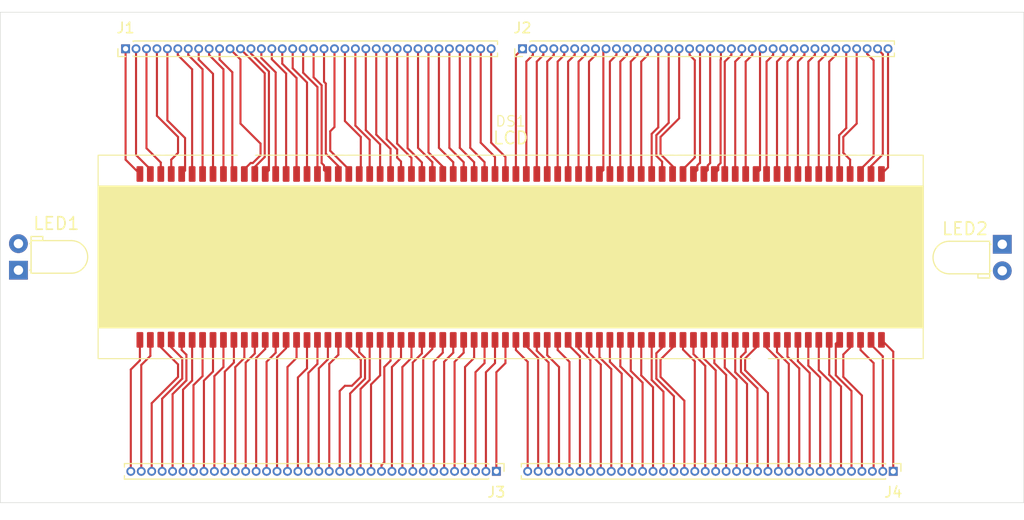
<source format=kicad_pcb>
(kicad_pcb (version 20241229) (generator "pcbnew") (generator_version "9.0")
  (layers (0 "F.Cu" signal) (2 "B.Cu" signal) (13 "F.Paste" user) (15 "B.Paste" user) (5 "F.SilkS" user "F.Silkscreen") (7 "B.SilkS" user "B.Silkscreen") (1 "F.Mask" user) (3 "B.Mask" user) (25 "Edge.Cuts" user))
  (net 0 "")
  (net 1 "Net-(J3-Pin_17)")
  (net 2 "Net-(J4-Pin_33)")
  (net 3 "Net-(J2-Pin_34)")
  (net 4 "Net-(J2-Pin_20)")
  (net 5 "Net-(J3-Pin_18)")
  (net 6 "Net-(J4-Pin_4)")
  (net 7 "Net-(J2-Pin_8)")
  (net 9 "Net-(J1-Pin_8)")
  (net 10 "Net-(J1-Pin_3)")
  (net 11 "Net-(J2-Pin_3)")
  (net 12 "Net-(J1-Pin_16)")
  (net 13 "Net-(J1-Pin_12)")
  (net 14 "Net-(J2-Pin_5)")
  (net 15 "Net-(J3-Pin_24)")
  (net 16 "Net-(J3-Pin_5)")
  (net 17 "Net-(J4-Pin_24)")
  (net 18 "Net-(J1-Pin_30)")
  (net 19 "Net-(J2-Pin_12)")
  (net 20 "Net-(J3-Pin_29)")
  (net 21 "Net-(J4-Pin_2)")
  (net 22 "Net-(J2-Pin_25)")
  (net 23 "Net-(J1-Pin_19)")
  (net 25 "Net-(J4-Pin_23)")
  (net 26 "Net-(J4-Pin_34)")
  (net 27 "Net-(J2-Pin_14)")
  (net 28 "Net-(J3-Pin_1)")
  (net 29 "Net-(J1-Pin_28)")
  (net 30 "Net-(J1-Pin_14)")
  (net 31 "Net-(J3-Pin_27)")
  (net 32 "Net-(J3-Pin_31)")
  (net 33 "Net-(J4-Pin_32)")
  (net 34 "Net-(J3-Pin_6)")
  (net 35 "Net-(J3-Pin_11)")
  (net 36 "Net-(J4-Pin_19)")
  (net 37 "Net-(J1-Pin_29)")
  (net 38 "Net-(J3-Pin_7)")
  (net 39 "Net-(J2-Pin_2)")
  (net 40 "Net-(J1-Pin_33)")
  (net 41 "Net-(J3-Pin_14)")
  (net 42 "Net-(J4-Pin_21)")
  (net 43 "Net-(J3-Pin_21)")
  (net 44 "Net-(J3-Pin_28)")
  (net 45 "Net-(J2-Pin_10)")
  (net 46 "Net-(J4-Pin_18)")
  (net 47 "Net-(J1-Pin_7)")
  (net 48 "Net-(J3-Pin_20)")
  (net 49 "Net-(J3-Pin_35)")
  (net 50 "Net-(J1-Pin_27)")
  (net 51 "Net-(J3-Pin_12)")
  (net 52 "Net-(J1-Pin_5)")
  (net 53 "Net-(J2-Pin_33)")
  (net 54 "Net-(J2-Pin_19)")
  (net 55 "Net-(J4-Pin_30)")
  (net 56 "Net-(J4-Pin_5)")
  (net 57 "Net-(J2-Pin_17)")
  (net 58 "Net-(J1-Pin_32)")
  (net 59 "Net-(J1-Pin_1)")
  (net 60 "Net-(J3-Pin_22)")
  (net 61 "Net-(J4-Pin_7)")
  (net 62 "Net-(J2-Pin_1)")
  (net 63 "Net-(J2-Pin_31)")
  (net 64 "Net-(J1-Pin_31)")
  (net 65 "Net-(J3-Pin_30)")
  (net 66 "Net-(J3-Pin_23)")
  (net 67 "Net-(J3-Pin_19)")
  (net 68 "Net-(J4-Pin_3)")
  (net 69 "Net-(J2-Pin_29)")
  (net 70 "Net-(J3-Pin_36)")
  (net 71 "Net-(J3-Pin_34)")
  (net 72 "Net-(J1-Pin_2)")
  (net 73 "Net-(J4-Pin_8)")
  (net 74 "Net-(J3-Pin_15)")
  (net 76 "Net-(J4-Pin_29)")
  (net 77 "Net-(J2-Pin_11)")
  (net 78 "Net-(J4-Pin_36)")
  (net 79 "Net-(J4-Pin_22)")
  (net 80 "Net-(J4-Pin_31)")
  (net 81 "Net-(J3-Pin_16)")
  (net 82 "Net-(J3-Pin_9)")
  (net 83 "Net-(J2-Pin_24)")
  (net 84 "Net-(J3-Pin_2)")
  (net 85 "Net-(J4-Pin_6)")
  (net 86 "Net-(J3-Pin_25)")
  (net 87 "Net-(J3-Pin_10)")
  (net 88 "Net-(J2-Pin_16)")
  (net 89 "Net-(J3-Pin_8)")
  (net 90 "Net-(J3-Pin_13)")
  (net 91 "Net-(J3-Pin_4)")
  (net 92 "Net-(J1-Pin_25)")
  (net 93 "Net-(J1-Pin_34)")
  (net 94 "Net-(J2-Pin_36)")
  (net 95 "Net-(J4-Pin_9)")
  (net 96 "Net-(J2-Pin_27)")
  (net 97 "Net-(J2-Pin_32)")
  (net 98 "Net-(J3-Pin_3)")
  (net 99 "Net-(J4-Pin_35)")
  (net 101 "Net-(J1-Pin_22)")
  (net 102 "Net-(J2-Pin_6)")
  (net 103 "Net-(J4-Pin_1)")
  (net 104 "Net-(J4-Pin_13)")
  (net 105 "Net-(J1-Pin_21)")
  (net 106 "Net-(J4-Pin_17)")
  (net 107 "Net-(J4-Pin_15)")
  (net 108 "Net-(J1-Pin_35)")
  (net 109 "Net-(J2-Pin_15)")
  (net 110 "Net-(J2-Pin_7)")
  (net 111 "Net-(J1-Pin_26)")
  (net 112 "Net-(J1-Pin_36)")
  (net 113 "Net-(J2-Pin_4)")
  (net 114 "Net-(J2-Pin_28)")
  (net 115 "Net-(J2-Pin_26)")
  (net 116 "Net-(J3-Pin_33)")
  (net 117 "Net-(J1-Pin_13)")
  (net 118 "Net-(J4-Pin_14)")
  (net 119 "Net-(J1-Pin_20)")
  (net 120 "Net-(J2-Pin_23)")
  (net 121 "Net-(J1-Pin_4)")
  (net 122 "Net-(J4-Pin_11)")
  (net 123 "Net-(J4-Pin_27)")
  (net 124 "Net-(J4-Pin_20)")
  (net 125 "Net-(J4-Pin_10)")
  (net 126 "Net-(J1-Pin_18)")
  (net 127 "Net-(J1-Pin_6)")
  (net 128 "Net-(J2-Pin_13)")
  (net 129 "Net-(J2-Pin_22)")
  (net 130 "Net-(J2-Pin_18)")
  (net 131 "Net-(J1-Pin_24)")
  (net 132 "Net-(J1-Pin_23)")
  (net 133 "Net-(J1-Pin_9)")
  (net 134 "Net-(J4-Pin_16)")
  (net 135 "Net-(J2-Pin_35)")
  (net 136 "Net-(J4-Pin_25)")
  (net 137 "Net-(J2-Pin_30)")
  (net 138 "Net-(J1-Pin_17)")
  (net 139 "Net-(J2-Pin_21)")
  (net 140 "Net-(J2-Pin_9)")
  (net 141 "Net-(J3-Pin_26)")
  (net 142 "Net-(J1-Pin_10)")
  (net 143 "Net-(J3-Pin_32)")
  (net 144 "Net-(J1-Pin_15)")
  (net 145 "Net-(J1-Pin_11)")
  (net 146 "Net-(J4-Pin_26)")
  (net 147 "Net-(J4-Pin_12)")
  (net 148 "Net-(J4-Pin_28)")
  (footprint "Connector_PinHeader_1.00mm:PinHeader_1x36_P1.00mm_Vertical" (layer "F.Cu") (at 151.5 55 90)
    (property "Reference" "J2")
    (property "Value" "Conn_01x36")
  )
  (footprint "custom-components:CATCHPHRASE-20151105-LCD" (layer "F.Cu") (at 150.37 74.95)
    (property "Reference" "DS1")
    (property "Value" "~")
  )
  (footprint "Connector_PinHeader_1.00mm:PinHeader_1x36_P1.00mm_Vertical" (layer "F.Cu") (at 113.5 55 90)
    (property "Reference" "J1")
    (property "Value" "Conn_01x36")
  )
  (footprint "Connector_PinHeader_1.00mm:PinHeader_1x36_P1.00mm_Vertical" (layer "F.Cu") (at 149 95.5 -90)
    (property "Reference" "J3")
    (property "Value" "Conn_01x36")
  )
  (footprint "Connector_PinHeader_1.00mm:PinHeader_1x36_P1.00mm_Vertical" (layer "F.Cu") (at 187 95.5 -90)
    (property "Reference" "J4")
    (property "Value" "Conn_01x36")
  )
  (gr_rect (start 101.5 51.5) (end 199.5 98.5) (stroke (width 0.05)) (fill no) (layer "Edge.Cuts"))
  (segment (start 133 85.2013) (end 133.87 84.3313) (width 0.2) (layer "F.Cu") (net 1))
  (segment (start 133 95.5) (end 133 85.2013) (width 0.2) (layer "F.Cu") (net 1))
  (segment (start 133.87 84.3313) (end 133.87 82.9) (width 0.2) (layer "F.Cu") (net 1))
  (segment (start 153.87 84.37) (end 153.87 82.9) (width 0.2) (layer "F.Cu") (net 2))
  (segment (start 155 85.5) (end 153.87 84.37) (width 0.2) (layer "F.Cu") (net 2))
  (segment (start 155 95.5) (end 155 85.5) (width 0.2) (layer "F.Cu") (net 2))
  (segment (start 185.121 56.121) (end 185.121 65.302734) (width 0.2) (layer "F.Cu") (net 3))
  (segment (start 183.87 66.553734) (end 183.87 67) (width 0.2) (layer "F.Cu") (net 3))
  (segment (start 185.121 65.302734) (end 183.87 66.553734) (width 0.2) (layer "F.Cu") (net 3))
  (segment (start 184.5 55) (end 184.5 55.5) (width 0.2) (layer "F.Cu") (net 3))
  (segment (start 184.5 55.5) (end 185.121 56.121) (width 0.2) (layer "F.Cu") (net 3))
  (segment (start 170.469 56.06494) (end 170.469 65.954734) (width 0.2) (layer "F.Cu") (net 4))
  (segment (start 170.244 66.179734) (end 170.244 66.626) (width 0.2) (layer "F.Cu") (net 4))
  (segment (start 170.5 56.03394) (end 170.469 56.06494) (width 0.2) (layer "F.Cu") (net 4))
  (segment (start 170.5 55) (end 170.5 56.03394) (width 0.2) (layer "F.Cu") (net 4))
  (segment (start 170.244 66.626) (end 169.87 67) (width 0.2) (layer "F.Cu") (net 4))
  (segment (start 170.469 65.954734) (end 170.244 66.179734) (width 0.2) (layer "F.Cu") (net 4))
  (segment (start 132 85.6342) (end 132.87 84.7642) (width 0.2) (layer "F.Cu") (net 5))
  (segment (start 132.87 84.7642) (end 132.87 82.9) (width 0.2) (layer "F.Cu") (net 5))
  (segment (start 132 95.5) (end 132 85.6342) (width 0.2) (layer "F.Cu") (net 5))
  (segment (start 184 88.232024) (end 182.219 86.451024) (width 0.2) (layer "F.Cu") (net 6))
  (segment (start 182.87 83.649999) (end 182.87 82.9) (width 0.2) (layer "F.Cu") (net 6))
  (segment (start 182.219 86.451024) (end 182.219 84.300999) (width 0.2) (layer "F.Cu") (net 6))
  (segment (start 184 95.5) (end 184 88.232024) (width 0.2) (layer "F.Cu") (net 6))
  (segment (start 182.219 84.300999) (end 182.87 83.649999) (width 0.2) (layer "F.Cu") (net 6))
  (segment (start 158.5 55.60104) (end 157.87 56.23104) (width 0.2) (layer "F.Cu") (net 7))
  (segment (start 157.87 56.23104) (end 157.87 67) (width 0.2) (layer "F.Cu") (net 7))
  (segment (start 158.5 55) (end 158.5 55.60104) (width 0.2) (layer "F.Cu") (net 7))
  (segment (start 121.87 57.40394) (end 121.87 67) (width 0.2) (layer "F.Cu") (net 9))
  (segment (start 120.5 55) (end 120.5 56.03394) (width 0.2) (layer "F.Cu") (net 9))
  (segment (start 120.5 56.03394) (end 121.87 57.40394) (width 0.2) (layer "F.Cu") (net 9))
  (segment (start 115.5 64.532024) (end 116.87 65.902024) (width 0.2) (layer "F.Cu") (net 10))
  (segment (start 115.5 55) (end 115.5 64.532024) (width 0.2) (layer "F.Cu") (net 10))
  (segment (start 116.87 65.902024) (end 116.87 67) (width 0.2) (layer "F.Cu") (net 10))
  (segment (start 152.87 56.23104) (end 152.87 67) (width 0.2) (layer "F.Cu") (net 11))
  (segment (start 153.5 55.60104) (end 152.87 56.23104) (width 0.2) (layer "F.Cu") (net 11))
  (segment (start 153.5 55) (end 153.5 55.60104) (width 0.2) (layer "F.Cu") (net 11))
  (segment (start 128.5 55) (end 128.5 56.4329) (width 0.2) (layer "F.Cu") (net 12))
  (segment (start 128.5 56.4329) (end 129.87 57.8029) (width 0.2) (layer "F.Cu") (net 12))
  (segment (start 129.87 57.8029) (end 129.87 67) (width 0.2) (layer "F.Cu") (net 12))
  (segment (start 124.5 55.02672) (end 126.822 57.34872) (width 0.2) (layer "F.Cu") (net 13))
  (segment (start 124.5 55) (end 124.5 55.02672) (width 0.2) (layer "F.Cu") (net 13))
  (segment (start 125.87 66.327703) (end 125.87 67) (width 0.2) (layer "F.Cu") (net 13))
  (segment (start 126.822 65.375703) (end 125.87 66.327703) (width 0.2) (layer "F.Cu") (net 13))
  (segment (start 126.822 57.34872) (end 126.822 65.375703) (width 0.2) (layer "F.Cu") (net 13))
  (segment (start 155.5 55) (end 155.5 55.60104) (width 0.2) (layer "F.Cu") (net 14))
  (segment (start 154.87 56.23104) (end 154.87 67) (width 0.2) (layer "F.Cu") (net 14))
  (segment (start 155.5 55.60104) (end 154.87 56.23104) (width 0.2) (layer "F.Cu") (net 14))
  (segment (start 126 95.5) (end 126 84.643024) (width 0.2) (layer "F.Cu") (net 15))
  (segment (start 126.87 83.773024) (end 126.87 82.9) (width 0.2) (layer "F.Cu") (net 15))
  (segment (start 126 84.643024) (end 126.87 83.773024) (width 0.2) (layer "F.Cu") (net 15))
  (segment (start 145 95.5) (end 145 85) (width 0.2) (layer "F.Cu") (net 16))
  (segment (start 145.87 84.13) (end 145.87 82.9) (width 0.2) (layer "F.Cu") (net 16))
  (segment (start 145 85) (end 145.87 84.13) (width 0.2) (layer "F.Cu") (net 16))
  (segment (start 162.87 86.303324) (end 162.87 82.9) (width 0.2) (layer "F.Cu") (net 17))
  (segment (start 164 87.433324) (end 162.87 86.303324) (width 0.2) (layer "F.Cu") (net 17))
  (segment (start 164 95.5) (end 164 87.433324) (width 0.2) (layer "F.Cu") (net 17))
  (segment (start 142.5 55) (end 142.5 64.9329) (width 0.2) (layer "F.Cu") (net 18))
  (segment (start 142.5 64.9329) (end 143.87 66.3029) (width 0.2) (layer "F.Cu") (net 18))
  (segment (start 143.87 66.3029) (end 143.87 67) (width 0.2) (layer "F.Cu") (net 18))
  (segment (start 162.5 55.60104) (end 161.87 56.23104) (width 0.2) (layer "F.Cu") (net 19))
  (segment (start 161.87 56.23104) (end 161.87 67) (width 0.2) (layer "F.Cu") (net 19))
  (segment (start 162.5 55) (end 162.5 55.60104) (width 0.2) (layer "F.Cu") (net 19))
  (segment (start 121 86.807524) (end 121.87 85.937524) (width 0.2) (layer "F.Cu") (net 20))
  (segment (start 121 95.5) (end 121 86.807524) (width 0.2) (layer "F.Cu") (net 20))
  (segment (start 121.87 85.937524) (end 121.87 82.9) (width 0.2) (layer "F.Cu") (net 20))
  (segment (start 184.87 83.346266) (end 184.87 82.9) (width 0.2) (layer "F.Cu") (net 21))
  (segment (start 186 95.5) (end 186 84.476266) (width 0.2) (layer "F.Cu") (net 21))
  (segment (start 186 84.476266) (end 184.87 83.346266) (width 0.2) (layer "F.Cu") (net 21))
  (segment (start 174.87 56.23104) (end 174.87 67) (width 0.2) (layer "F.Cu") (net 22))
  (segment (start 175.5 55.60104) (end 174.87 56.23104) (width 0.2) (layer "F.Cu") (net 22))
  (segment (start 175.5 55) (end 175.5 55.60104) (width 0.2) (layer "F.Cu") (net 22))
  (segment (start 132.271 58.5026) (end 132.271 65.954734) (width 0.2) (layer "F.Cu") (net 23))
  (segment (start 132.271 65.954734) (end 132.496 66.179734) (width 0.2) (layer "F.Cu") (net 23))
  (segment (start 132.496 66.626) (end 132.87 67) (width 0.2) (layer "F.Cu") (net 23))
  (segment (start 131.5 57.7316) (end 132.271 58.5026) (width 0.2) (layer "F.Cu") (net 23))
  (segment (start 132.496 66.179734) (end 132.496 66.626) (width 0.2) (layer "F.Cu") (net 23))
  (segment (start 131.5 55) (end 131.5 57.7316) (width 0.2) (layer "F.Cu") (net 23))
  (segment (start 165 87.866224) (end 163.87 86.736224) (width 0.2) (layer "F.Cu") (net 25))
  (segment (start 165 95.5) (end 165 87.866224) (width 0.2) (layer "F.Cu") (net 25))
  (segment (start 163.87 86.736224) (end 163.87 82.9) (width 0.2) (layer "F.Cu") (net 25))
  (segment (start 152.87 83.9371) (end 152.87 82.9) (width 0.2) (layer "F.Cu") (net 26))
  (segment (start 154 95.5) (end 154 85.0671) (width 0.2) (layer "F.Cu") (net 26))
  (segment (start 154 85.0671) (end 152.87 83.9371) (width 0.2) (layer "F.Cu") (net 26))
  (segment (start 164.5 62.533776) (end 163.87 63.163776) (width 0.2) (layer "F.Cu") (net 27))
  (segment (start 163.87 63.163776) (end 163.87 67) (width 0.2) (layer "F.Cu") (net 27))
  (segment (start 164.5 55) (end 164.5 62.533776) (width 0.2) (layer "F.Cu") (net 27))
  (segment (start 149 95.5) (end 149 86) (width 0.2) (layer "F.Cu") (net 28))
  (segment (start 149.87 85.13) (end 149.87 82.9) (width 0.2) (layer "F.Cu") (net 28))
  (segment (start 149 86) (end 149.87 85.13) (width 0.2) (layer "F.Cu") (net 28))
  (segment (start 141.87 65.895376) (end 141.87 67) (width 0.2) (layer "F.Cu") (net 29))
  (segment (start 140.5 64.525376) (end 141.87 65.895376) (width 0.2) (layer "F.Cu") (net 29))
  (segment (start 140.5 55) (end 140.5 64.525376) (width 0.2) (layer "F.Cu") (net 29))
  (segment (start 126.5 55.89252) (end 127.87 57.26252) (width 0.2) (layer "F.Cu") (net 30))
  (segment (start 127.87 57.26252) (end 127.87 67) (width 0.2) (layer "F.Cu") (net 30))
  (segment (start 126.5 55) (end 126.5 55.89252) (width 0.2) (layer "F.Cu") (net 30))
  (segment (start 123 95.5) (end 123 85.941724) (width 0.2) (layer "F.Cu") (net 31))
  (segment (start 123 85.941724) (end 123.87 85.071724) (width 0.2) (layer "F.Cu") (net 31))
  (segment (start 123.87 85.071724) (end 123.87 82.9) (width 0.2) (layer "F.Cu") (net 31))
  (segment (start 119.87 86.803324) (end 119.87 82.9) (width 0.2) (layer "F.Cu") (net 32))
  (segment (start 119 95.5) (end 119 87.673324) (width 0.2) (layer "F.Cu") (net 32))
  (segment (start 119 87.673324) (end 119.87 86.803324) (width 0.2) (layer "F.Cu") (net 32))
  (segment (start 156 85) (end 154.87 83.87) (width 0.2) (layer "F.Cu") (net 33))
  (segment (start 154.87 83.87) (end 154.87 82.9) (width 0.2) (layer "F.Cu") (net 33))
  (segment (start 156 95.5) (end 156 85) (width 0.2) (layer "F.Cu") (net 33))
  (segment (start 144 85) (end 144.87 84.13) (width 0.2) (layer "F.Cu") (net 34))
  (segment (start 144 95.5) (end 144 85) (width 0.2) (layer "F.Cu") (net 34))
  (segment (start 144.87 84.13) (end 144.87 82.9) (width 0.2) (layer "F.Cu") (net 34))
  (segment (start 139.87 84.63) (end 139.87 82.9) (width 0.2) (layer "F.Cu") (net 35))
  (segment (start 139 95.5) (end 139 85.5) (width 0.2) (layer "F.Cu") (net 35))
  (segment (start 139 85.5) (end 139.87 84.63) (width 0.2) (layer "F.Cu") (net 35))
  (segment (start 169 85.393203) (end 167.87 84.263203) (width 0.2) (layer "F.Cu") (net 36))
  (segment (start 169 95.5) (end 169 85.393203) (width 0.2) (layer "F.Cu") (net 36))
  (segment (start 167.87 84.263203) (end 167.87 82.9) (width 0.2) (layer "F.Cu") (net 36))
  (segment (start 141.5 55) (end 141.5 64.5) (width 0.2) (layer "F.Cu") (net 37))
  (segment (start 141.5 64.5) (end 142.87 65.87) (width 0.2) (layer "F.Cu") (net 37))
  (segment (start 142.87 65.87) (end 142.87 67) (width 0.2) (layer "F.Cu") (net 37))
  (segment (start 143.87 84.13) (end 143.87 82.9) (width 0.2) (layer "F.Cu") (net 38))
  (segment (start 143 95.5) (end 143 85) (width 0.2) (layer "F.Cu") (net 38))
  (segment (start 143 85) (end 143.87 84.13) (width 0.2) (layer "F.Cu") (net 38))
  (segment (start 152.5 55) (end 152.5 55.60104) (width 0.2) (layer "F.Cu") (net 39))
  (segment (start 151.87 56.23104) (end 151.87 67) (width 0.2) (layer "F.Cu") (net 39))
  (segment (start 152.5 55.60104) (end 151.87 56.23104) (width 0.2) (layer "F.Cu") (net 39))
  (segment (start 146.87 65.87) (end 146.87 67) (width 0.2) (layer "F.Cu") (net 40))
  (segment (start 145.5 55) (end 145.5 64.5) (width 0.2) (layer "F.Cu") (net 40))
  (segment (start 145.5 64.5) (end 146.87 65.87) (width 0.2) (layer "F.Cu") (net 40))
  (segment (start 136 87.606224) (end 136.87 86.736224) (width 0.2) (layer "F.Cu") (net 41))
  (segment (start 136 95.5) (end 136 87.606224) (width 0.2) (layer "F.Cu") (net 41))
  (segment (start 136.87 86.736224) (end 136.87 82.9) (width 0.2) (layer "F.Cu") (net 41))
  (segment (start 164.719 84.781) (end 165.87 83.63) (width 0.2) (layer "F.Cu") (net 42))
  (segment (start 167 88.732024) (end 164.719 86.451024) (width 0.2) (layer "F.Cu") (net 42))
  (segment (start 164.719 86.451024) (end 164.719 84.781) (width 0.2) (layer "F.Cu") (net 42))
  (segment (start 165.87 83.63) (end 165.87 82.9) (width 0.2) (layer "F.Cu") (net 42))
  (segment (start 167 95.5) (end 167 88.732024) (width 0.2) (layer "F.Cu") (net 42))
  (segment (start 129 85.5) (end 129.87 84.63) (width 0.2) (layer "F.Cu") (net 43))
  (segment (start 129 95.5) (end 129 85.5) (width 0.2) (layer "F.Cu") (net 43))
  (segment (start 129.87 84.63) (end 129.87 82.9) (width 0.2) (layer "F.Cu") (net 43))
  (segment (start 122 86.374624) (end 122.87 85.504624) (width 0.2) (layer "F.Cu") (net 44))
  (segment (start 122.87 85.504624) (end 122.87 82.9) (width 0.2) (layer "F.Cu") (net 44))
  (segment (start 122 95.5) (end 122 86.374624) (width 0.2) (layer "F.Cu") (net 44))
  (segment (start 160.5 55.60104) (end 159.87 56.23104) (width 0.2) (layer "F.Cu") (net 45))
  (segment (start 159.87 56.23104) (end 159.87 67) (width 0.2) (layer "F.Cu") (net 45))
  (segment (start 160.5 55) (end 160.5 55.60104) (width 0.2) (layer "F.Cu") (net 45))
  (segment (start 170 85.826103) (end 168.87 84.696103) (width 0.2) (layer "F.Cu") (net 46))
  (segment (start 168.87 84.696103) (end 168.87 82.9) (width 0.2) (layer "F.Cu") (net 46))
  (segment (start 170 95.5) (end 170 85.826103) (width 0.2) (layer "F.Cu") (net 46))
  (segment (start 119.5 55) (end 119.5 55.60104) (width 0.2) (layer "F.Cu") (net 47))
  (segment (start 120.87 56.97104) (end 120.87 67) (width 0.2) (layer "F.Cu") (net 47))
  (segment (start 119.5 55.60104) (end 120.87 56.97104) (width 0.2) (layer "F.Cu") (net 47))
  (segment (start 130 86.5) (end 130.87 85.63) (width 0.2) (layer "F.Cu") (net 48))
  (segment (start 130.87 85.63) (end 130.87 82.91) (width 0.2) (layer "F.Cu") (net 48))
  (segment (start 130 95.5) (end 130 86.5) (width 0.2) (layer "F.Cu") (net 48))
  (segment (start 115 95.5) (end 115 85.3071) (width 0.2) (layer "F.Cu") (net 49))
  (segment (start 115 85.3071) (end 115.87 84.4371) (width 0.2) (layer "F.Cu") (net 49))
  (segment (start 115.87 84.4371) (end 115.87 82.9) (width 0.2) (layer "F.Cu") (net 49))
  (segment (start 139.5 55) (end 139.5 64.092476) (width 0.2) (layer "F.Cu") (net 50))
  (segment (start 140.87 65.462476) (end 140.87 67) (width 0.2) (layer "F.Cu") (net 50))
  (segment (start 139.5 64.092476) (end 140.87 65.462476) (width 0.2) (layer "F.Cu") (net 50))
  (segment (start 138.87 84.901) (end 138.87 82.9) (width 0.2) (layer "F.Cu") (net 51))
  (segment (start 138.271 85.5) (end 138.87 84.901) (width 0.2) (layer "F.Cu") (net 51))
  (segment (start 138.271 94.62796) (end 138.271 85.5) (width 0.2) (layer "F.Cu") (net 51))
  (segment (start 138 94.89896) (end 138.271 94.62796) (width 0.2) (layer "F.Cu") (net 51))
  (segment (start 138 95.5) (end 138 94.89896) (width 0.2) (layer "F.Cu") (net 51))
  (segment (start 117.5 61.860876) (end 119.194999 63.555875) (width 0.2) (layer "F.Cu") (net 52))
  (segment (start 119.194999 63.555875) (end 119.194999 66.675001) (width 0.2) (layer "F.Cu") (net 52))
  (segment (start 117.5 55) (end 117.5 61.860876) (width 0.2) (layer "F.Cu") (net 52))
  (segment (start 119.194999 66.675001) (end 118.87 67) (width 0.2) (layer "F.Cu") (net 52))
  (segment (start 182.219 64.979) (end 182.87 65.63) (width 0.2) (layer "F.Cu") (net 53))
  (segment (start 183.5 55) (end 183.5 62.167976) (width 0.2) (layer "F.Cu") (net 53))
  (segment (start 183.5 62.167976) (end 182.219 63.448976) (width 0.2) (layer "F.Cu") (net 53))
  (segment (start 182.219 63.448976) (end 182.219 64.979) (width 0.2) (layer "F.Cu") (net 53))
  (segment (start 182.87 65.63) (end 182.87 67) (width 0.2) (layer "F.Cu") (net 53))
  (segment (start 169.244 66.179734) (end 169.244 66.626) (width 0.2) (layer "F.Cu") (net 54))
  (segment (start 169.469 55.031) (end 169.469 65.954734) (width 0.2) (layer "F.Cu") (net 54))
  (segment (start 169.244 66.626) (end 168.87 67) (width 0.2) (layer "F.Cu") (net 54))
  (segment (start 169.469 65.954734) (end 169.244 66.179734) (width 0.2) (layer "F.Cu") (net 54))
  (segment (start 169.5 55) (end 169.469 55.031) (width 0.2) (layer "F.Cu") (net 54))
  (segment (start 158 95.5) (end 158 84.835924) (width 0.2) (layer "F.Cu") (net 55))
  (segment (start 158 84.835924) (end 156.87 83.705924) (width 0.2) (layer "F.Cu") (net 55))
  (segment (start 156.87 83.705924) (end 156.87 82.9) (width 0.2) (layer "F.Cu") (net 55))
  (segment (start 183 95.5) (end 183 87.799124) (width 0.2) (layer "F.Cu") (net 56))
  (segment (start 181.5 86.299124) (end 181.5 83.27) (width 0.2) (layer "F.Cu") (net 56))
  (segment (start 183 87.799124) (end 181.5 86.299124) (width 0.2) (layer "F.Cu") (net 56))
  (segment (start 181.5 83.27) (end 181.87 82.9) (width 0.2) (layer "F.Cu") (net 56))
  (segment (start 168 65.423734) (end 166.87 66.553734) (width 0.2) (layer "F.Cu") (net 57))
  (segment (start 167.5 55.60104) (end 168 56.10104) (width 0.2) (layer "F.Cu") (net 57))
  (segment (start 168 56.10104) (end 168 65.423734) (width 0.2) (layer "F.Cu") (net 57))
  (segment (start 167.5 55) (end 167.5 55.60104) (width 0.2) (layer "F.Cu") (net 57))
  (segment (start 166.87 66.553734) (end 166.87 67) (width 0.2) (layer "F.Cu") (net 57))
  (segment (start 145.87 65.87) (end 145.87 67) (width 0.2) (layer "F.Cu") (net 58))
  (segment (start 144.5 64.5) (end 145.87 65.87) (width 0.2) (layer "F.Cu") (net 58))
  (segment (start 144.5 55) (end 144.5 64.5) (width 0.2) (layer "F.Cu") (net 58))
  (segment (start 113.5 55) (end 113.5 65.63) (width 0.2) (layer "F.Cu") (net 59))
  (segment (start 113.5 65.63) (end 114.87 67) (width 0.2) (layer "F.Cu") (net 59))
  (segment (start 128.87 83.6971) (end 128.87 82.9) (width 0.2) (layer "F.Cu") (net 60))
  (segment (start 128 95.5) (end 128 84.5671) (width 0.2) (layer "F.Cu") (net 60))
  (segment (start 128 84.5671) (end 128.87 83.6971) (width 0.2) (layer "F.Cu") (net 60))
  (segment (start 181 95.5) (end 181 86.933324) (width 0.2) (layer "F.Cu") (net 61))
  (segment (start 179.87 85.803324) (end 179.87 82.9) (width 0.2) (layer "F.Cu") (net 61))
  (segment (start 181 86.933324) (end 179.87 85.803324) (width 0.2) (layer "F.Cu") (net 61))
  (segment (start 151.5 55) (end 150.87 55.63) (width 0.2) (layer "F.Cu") (net 62))
  (segment (start 150.87 55.63) (end 150.87 67) (width 0.2) (layer "F.Cu") (net 62))
  (segment (start 181.5 55.60104) (end 180.87 56.23104) (width 0.2) (layer "F.Cu") (net 63))
  (segment (start 180.87 56.23104) (end 180.87 67) (width 0.2) (layer "F.Cu") (net 63))
  (segment (start 181.5 55) (end 181.5 55.60104) (width 0.2) (layer "F.Cu") (net 63))
  (segment (start 144.87 65.87) (end 144.87 67) (width 0.2) (layer "F.Cu") (net 64))
  (segment (start 143.5 64.5) (end 144.87 65.87) (width 0.2) (layer "F.Cu") (net 64))
  (segment (start 143.5 55) (end 143.5 64.5) (width 0.2) (layer "F.Cu") (net 64))
  (segment (start 120 95.5) (end 120 87.240424) (width 0.2) (layer "F.Cu") (net 65))
  (segment (start 120 87.240424) (end 120.87 86.370424) (width 0.2) (layer "F.Cu") (net 65))
  (segment (start 120.87 86.370424) (end 120.87 82.9) (width 0.2) (layer "F.Cu") (net 65))
  (segment (start 127.87 84.13) (end 127.87 82.9) (width 0.2) (layer "F.Cu") (net 66))
  (segment (start 127 85) (end 127.87 84.13) (width 0.2) (layer "F.Cu") (net 66))
  (segment (start 127 95.5) (end 127 85) (width 0.2) (layer "F.Cu") (net 66))
  (segment (start 131 95.5) (end 131 86.0671) (width 0.2) (layer "F.Cu") (net 67))
  (segment (start 131 86.0671) (end 131.87 85.1971) (width 0.2) (layer "F.Cu") (net 67))
  (segment (start 131.87 85.1971) (end 131.87 82.9) (width 0.2) (layer "F.Cu") (net 67))
  (segment (start 185.121 95.379) (end 185.121 85.121) (width 0.2) (layer "F.Cu") (net 68))
  (segment (start 185.121 85.121) (end 183.87 83.87) (width 0.2) (layer "F.Cu") (net 68))
  (segment (start 185 95.5) (end 185.121 95.379) (width 0.2) (layer "F.Cu") (net 68))
  (segment (start 183.87 83.87) (end 183.87 82.9) (width 0.2) (layer "F.Cu") (net 68))
  (segment (start 179.5 55) (end 179.5 55.60104) (width 0.2) (layer "F.Cu") (net 69))
  (segment (start 178.87 56.23104) (end 178.87 67) (width 0.2) (layer "F.Cu") (net 69))
  (segment (start 179.5 55.60104) (end 178.87 56.23104) (width 0.2) (layer "F.Cu") (net 69))
  (segment (start 114 85.74) (end 114.87 84.87) (width 0.2) (layer "F.Cu") (net 70))
  (segment (start 114.87 84.87) (end 114.87 82.9) (width 0.2) (layer "F.Cu") (net 70))
  (segment (start 114 95.5) (end 114 85.74) (width 0.2) (layer "F.Cu") (net 70))
  (segment (start 118.521 86.451024) (end 118.521 85.248976) (width 0.2) (layer "F.Cu") (net 71))
  (segment (start 118.521 85.248976) (end 116.87 83.597976) (width 0.2) (layer "F.Cu") (net 71))
  (segment (start 116.87 83.597976) (end 116.87 82.88) (width 0.2) (layer "F.Cu") (net 71))
  (segment (start 116 88.972024) (end 118.521 86.451024) (width 0.2) (layer "F.Cu") (net 71))
  (segment (start 116 95.5) (end 116 88.972024) (width 0.2) (layer "F.Cu") (net 71))
  (segment (start 114.5 65.183734) (end 115.87 66.553734) (width 0.2) (layer "F.Cu") (net 72))
  (segment (start 114.5 55) (end 114.5 65.183734) (width 0.2) (layer "F.Cu") (net 72))
  (segment (start 115.87 66.553734) (end 115.87 67) (width 0.2) (layer "F.Cu") (net 72))
  (segment (start 180 95.5) (end 180 86.500424) (width 0.2) (layer "F.Cu") (net 73))
  (segment (start 180 86.500424) (end 178.87 85.370424) (width 0.2) (layer "F.Cu") (net 73))
  (segment (start 178.87 85.370424) (end 178.87 82.9) (width 0.2) (layer "F.Cu") (net 73))
  (segment (start 136.422 86.617124) (end 136.422 84.634899) (width 0.2) (layer "F.Cu") (net 74))
  (segment (start 136.422 84.634899) (end 135.87 84.082899) (width 0.2) (layer "F.Cu") (net 74))
  (segment (start 135.87 84.082899) (end 135.87 82.9) (width 0.2) (layer "F.Cu") (net 74))
  (segment (start 135 95.5) (end 135 88.039124) (width 0.2) (layer "F.Cu") (net 74))
  (segment (start 135 88.039124) (end 136.422 86.617124) (width 0.2) (layer "F.Cu") (net 74))
  (segment (start 159 95.5) (end 159 85.268824) (width 0.2) (layer "F.Cu") (net 76))
  (segment (start 157.87 84.138824) (end 157.87 82.9) (width 0.2) (layer "F.Cu") (net 76))
  (segment (start 159 85.268824) (end 157.87 84.138824) (width 0.2) (layer "F.Cu") (net 76))
  (segment (start 161.5 55) (end 161.5 55.60104) (width 0.2) (layer "F.Cu") (net 77))
  (segment (start 160.87 56.23104) (end 160.87 67) (width 0.2) (layer "F.Cu") (net 77))
  (segment (start 161.5 55.60104) (end 160.87 56.23104) (width 0.2) (layer "F.Cu") (net 77))
  (segment (start 150.87 83.87) (end 150.87 82.9) (width 0.2) (layer "F.Cu") (net 78))
  (segment (start 152 85) (end 150.87 83.87) (width 0.2) (layer "F.Cu") (net 78))
  (segment (start 152 95.5) (end 152 85) (width 0.2) (layer "F.Cu") (net 78))
  (segment (start 166 95.5) (end 166 88.299124) (width 0.2) (layer "F.Cu") (net 79))
  (segment (start 164.318 84.182) (end 164.87 83.63) (width 0.2) (layer "F.Cu") (net 79))
  (segment (start 164.87 83.63) (end 164.87 82.9) (width 0.2) (layer "F.Cu") (net 79))
  (segment (start 166 88.299124) (end 164.318 86.617124) (width 0.2) (layer "F.Cu") (net 79))
  (segment (start 164.318 86.617124) (end 164.318 84.182) (width 0.2) (layer "F.Cu") (net 79))
  (segment (start 155.87 83.346266) (end 155.87 82.9) (width 0.2) (layer "F.Cu") (net 80))
  (segment (start 157 84.476266) (end 155.87 83.346266) (width 0.2) (layer "F.Cu") (net 80))
  (segment (start 157 95.5) (end 157 84.476266) (width 0.2) (layer "F.Cu") (net 80))
  (segment (start 136.021 86.451024) (end 136.021 84.800999) (width 0.2) (layer "F.Cu") (net 81))
  (segment (start 134.87 83.649999) (end 134.87 82.9) (width 0.2) (layer "F.Cu") (net 81))
  (segment (start 135.171024 87.301) (end 136.021 86.451024) (width 0.2) (layer "F.Cu") (net 81))
  (segment (start 136.021 84.800999) (end 134.87 83.649999) (width 0.2) (layer "F.Cu") (net 81))
  (segment (start 134 87.801) (end 134.5 87.301) (width 0.2) (layer "F.Cu") (net 81))
  (segment (start 134 95.5) (end 134 87.801) (width 0.2) (layer "F.Cu") (net 81))
  (segment (start 134.5 87.301) (end 135.171024 87.301) (width 0.2) (layer "F.Cu") (net 81))
  (segment (start 141 95.5) (end 141 85.0671) (width 0.2) (layer "F.Cu") (net 82))
  (segment (start 141 85.0671) (end 141.87 84.1971) (width 0.2) (layer "F.Cu") (net 82))
  (segment (start 141.87 84.1971) (end 141.87 82.9) (width 0.2) (layer "F.Cu") (net 82))
  (segment (start 174.244 55.256) (end 174.244 66.626) (width 0.2) (layer "F.Cu") (net 83))
  (segment (start 174.5 55) (end 174.244 55.256) (width 0.2) (layer "F.Cu") (net 83))
  (segment (start 174.244 66.626) (end 173.87 67) (width 0.2) (layer "F.Cu") (net 83))
  (segment (start 148.87 85.13) (end 148.87 82.9) (width 0.2) (layer "F.Cu") (net 84))
  (segment (start 148 86) (end 148.87 85.13) (width 0.2) (layer "F.Cu") (net 84))
  (segment (start 148 95.5) (end 148 86) (width 0.2) (layer "F.Cu") (net 84))
  (segment (start 182 87.366224) (end 180.87 86.236224) (width 0.2) (layer "F.Cu") (net 85))
  (segment (start 180.87 86.236224) (end 180.87 82.9) (width 0.2) (layer "F.Cu") (net 85))
  (segment (start 182 95.5) (end 182 87.366224) (width 0.2) (layer "F.Cu") (net 85))
  (segment (start 125 85.075924) (end 125.87 84.205924) (width 0.2) (layer "F.Cu") (net 86))
  (segment (start 125.87 84.205924) (end 125.87 82.9) (width 0.2) (layer "F.Cu") (net 86))
  (segment (start 125 95.5) (end 125 85.075924) (width 0.2) (layer "F.Cu") (net 86))
  (segment (start 140.87 84.63) (end 140.87 82.9) (width 0.2) (layer "F.Cu") (net 87))
  (segment (start 140 95.5) (end 140 85.5) (width 0.2) (layer "F.Cu") (net 87))
  (segment (start 140 85.5) (end 140.87 84.63) (width 0.2) (layer "F.Cu") (net 87))
  (segment (start 165.87 66.252) (end 165.87 67) (width 0.2) (layer "F.Cu") (net 88))
  (segment (start 166.5 55) (end 166.5 61.667976) (width 0.2) (layer "F.Cu") (net 88))
  (segment (start 164.719 65.101) (end 165.87 66.252) (width 0.2) (layer "F.Cu") (net 88))
  (segment (start 164.719 63.448976) (end 164.719 65.101) (width 0.2) (layer "F.Cu") (net 88))
  (segment (start 166.5 61.667976) (end 164.719 63.448976) (width 0.2) (layer "F.Cu") (net 88))
  (segment (start 142 84.6342) (end 142.87 83.7642) (width 0.2) (layer "F.Cu") (net 89))
  (segment (start 142 95.5) (end 142 84.6342) (width 0.2) (layer "F.Cu") (net 89))
  (segment (start 142.87 83.7642) (end 142.87 82.9) (width 0.2) (layer "F.Cu") (net 89))
  (segment (start 137.87 86.303324) (end 137.87 82.9) (width 0.2) (layer "F.Cu") (net 90))
  (segment (start 137 87.173324) (end 137.87 86.303324) (width 0.2) (layer "F.Cu") (net 90))
  (segment (start 137 95.5) (end 137 87.173324) (width 0.2) (layer "F.Cu") (net 90))
  (segment (start 146.87 84.63) (end 146.87 82.9) (width 0.2) (layer "F.Cu") (net 91))
  (segment (start 146 95.5) (end 146 85.5) (width 0.2) (layer "F.Cu") (net 91))
  (segment (start 146 85.5) (end 146.87 84.63) (width 0.2) (layer "F.Cu") (net 91))
  (segment (start 137.5 55) (end 137.5 63.226676) (width 0.2) (layer "F.Cu") (net 92))
  (segment (start 137.5 63.226676) (end 138.87 64.596676) (width 0.2) (layer "F.Cu") (net 92))
  (segment (start 138.87 64.596676) (end 138.87 67) (width 0.2) (layer "F.Cu") (net 92))
  (segment (start 146.5 55) (end 146.5 64.5) (width 0.2) (layer "F.Cu") (net 93))
  (segment (start 146.5 64.5) (end 147.87 65.87) (width 0.2) (layer "F.Cu") (net 93))
  (segment (start 147.87 65.87) (end 147.87 67) (width 0.2) (layer "F.Cu") (net 93))
  (segment (start 186.5 55) (end 186.5 66.37) (width 0.2) (layer "F.Cu") (net 94))
  (segment (start 186.5 66.37) (end 185.87 67) (width 0.2) (layer "F.Cu") (net 94))
  (segment (start 179 95.5) (end 179 86.067524) (width 0.2) (layer "F.Cu") (net 95))
  (segment (start 177.87 84.937524) (end 177.87 82.9) (width 0.2) (layer "F.Cu") (net 95))
  (segment (start 179 86.067524) (end 177.87 84.937524) (width 0.2) (layer "F.Cu") (net 95))
  (segment (start 177.5 55) (end 177.5 55.60104) (width 0.2) (layer "F.Cu") (net 96))
  (segment (start 177.5 55.60104) (end 176.87 56.23104) (width 0.2) (layer "F.Cu") (net 96))
  (segment (start 176.87 56.23104) (end 176.87 67) (width 0.2) (layer "F.Cu") (net 96))
  (segment (start 181.818 66.948) (end 181.87 67) (width 0.2) (layer "F.Cu") (net 97))
  (segment (start 182.5 55) (end 182.5 62.600876) (width 0.2) (layer "F.Cu") (net 97))
  (segment (start 181.818 63.282876) (end 181.818 66.948) (width 0.2) (layer "F.Cu") (net 97))
  (segment (start 182.5 62.600876) (end 181.818 63.282876) (width 0.2) (layer "F.Cu") (net 97))
  (segment (start 147 95.5) (end 147 86) (width 0.2) (layer "F.Cu") (net 98))
  (segment (start 147 86) (end 147.87 85.13) (width 0.2) (layer "F.Cu") (net 98))
  (segment (start 147.87 85.13) (end 147.87 82.9) (width 0.2) (layer "F.Cu") (net 98))
  (segment (start 153 95.5) (end 153 84.6342) (width 0.2) (layer "F.Cu") (net 99))
  (segment (start 153 84.6342) (end 151.87 83.5042) (width 0.2) (layer "F.Cu") (net 99))
  (segment (start 151.87 83.5042) (end 151.87 82.9) (width 0.2) (layer "F.Cu") (net 99))
  (segment (start 136.021 66.849) (end 135.87 67) (width 0.2) (layer "F.Cu") (net 101))
  (segment (start 136.021 63.448976) (end 136.021 66.849) (width 0.2) (layer "F.Cu") (net 101))
  (segment (start 134.5 55) (end 134.5 61.927976) (width 0.2) (layer "F.Cu") (net 101))
  (segment (start 134.5 61.927976) (end 136.021 63.448976) (width 0.2) (layer "F.Cu") (net 101))
  (segment (start 156.5 55) (end 156.5 55.60104) (width 0.2) (layer "F.Cu") (net 102))
  (segment (start 156.5 55.60104) (end 155.87 56.23104) (width 0.2) (layer "F.Cu") (net 102))
  (segment (start 155.87 56.23104) (end 155.87 67) (width 0.2) (layer "F.Cu") (net 102))
  (segment (start 187 84.03) (end 185.87 82.9) (width 0.2) (layer "F.Cu") (net 103))
  (segment (start 187 95.5) (end 187 84.03) (width 0.2) (layer "F.Cu") (net 103))
  (segment (start 172.819 84.681) (end 173.87 83.63) (width 0.2) (layer "F.Cu") (net 104))
  (segment (start 175 95.5) (end 175 87.990603) (width 0.2) (layer "F.Cu") (net 104))
  (segment (start 172.819 85.809603) (end 172.819 84.681) (width 0.2) (layer "F.Cu") (net 104))
  (segment (start 173.87 83.63) (end 173.87 82.9) (width 0.2) (layer "F.Cu") (net 104))
  (segment (start 175 87.990603) (end 172.819 85.809603) (width 0.2) (layer "F.Cu") (net 104))
  (segment (start 133.5 62.5) (end 133.09355 62.90645) (width 0.2) (layer "F.Cu") (net 105))
  (segment (start 133.09355 64.777284) (end 134.87 66.553734) (width 0.2) (layer "F.Cu") (net 105))
  (segment (start 134.87 66.553734) (end 134.87 67) (width 0.2) (layer "F.Cu") (net 105))
  (segment (start 133.5 55) (end 133.5 62.5) (width 0.2) (layer "F.Cu") (net 105))
  (segment (start 133.09355 62.90645) (end 133.09355 64.777284) (width 0.2) (layer "F.Cu") (net 105))
  (segment (start 171 86.259003) (end 169.87 85.129003) (width 0.2) (layer "F.Cu") (net 106))
  (segment (start 171 95.5) (end 171 86.259003) (width 0.2) (layer "F.Cu") (net 106))
  (segment (start 169.87 85.129003) (end 169.87 82.9) (width 0.2) (layer "F.Cu") (net 106))
  (segment (start 173 95.5) (end 173 87.124803) (width 0.2) (layer "F.Cu") (net 107))
  (segment (start 173 87.124803) (end 171.87 85.994803) (width 0.2) (layer "F.Cu") (net 107))
  (segment (start 171.87 85.994803) (end 171.87 82.9) (width 0.2) (layer "F.Cu") (net 107))
  (segment (start 147.5 55) (end 147.5 64) (width 0.2) (layer "F.Cu") (net 108))
  (segment (start 148.87 65.37) (end 148.87 67) (width 0.2) (layer "F.Cu") (net 108))
  (segment (start 147.5 64) (end 148.87 65.37) (width 0.2) (layer "F.Cu") (net 108))
  (segment (start 165.5 62.100876) (end 164.318 63.282876) (width 0.2) (layer "F.Cu") (net 109))
  (segment (start 164.318 65.2671) (end 164.87 65.8191) (width 0.2) (layer "F.Cu") (net 109))
  (segment (start 164.318 63.282876) (end 164.318 65.2671) (width 0.2) (layer "F.Cu") (net 109))
  (segment (start 164.87 65.8191) (end 164.87 67) (width 0.2) (layer "F.Cu") (net 109))
  (segment (start 165.5 55) (end 165.5 62.100876) (width 0.2) (layer "F.Cu") (net 109))
  (segment (start 157.5 55) (end 157.5 55.60104) (width 0.2) (layer "F.Cu") (net 110))
  (segment (start 157.5 55.60104) (end 156.87 56.23104) (width 0.2) (layer "F.Cu") (net 110))
  (segment (start 156.87 56.23104) (end 156.87 67) (width 0.2) (layer "F.Cu") (net 110))
  (segment (start 138.5 63.659576) (end 139.5 64.659576) (width 0.2) (layer "F.Cu") (net 111))
  (segment (start 139.5 65.435734) (end 139.87 65.805734) (width 0.2) (layer "F.Cu") (net 111))
  (segment (start 139.5 64.659576) (end 139.5 65.435734) (width 0.2) (layer "F.Cu") (net 111))
  (segment (start 139.87 65.805734) (end 139.87 67) (width 0.2) (layer "F.Cu") (net 111))
  (segment (start 138.5 55) (end 138.5 63.659576) (width 0.2) (layer "F.Cu") (net 111))
  (segment (start 148.5 55) (end 148.5 64) (width 0.2) (layer "F.Cu") (net 112))
  (segment (start 149.87 65.37) (end 149.87 67) (width 0.2) (layer "F.Cu") (net 112))
  (segment (start 148.5 64) (end 149.87 65.37) (width 0.2) (layer "F.Cu") (net 112))
  (segment (start 153.87 56.23104) (end 153.87 67) (width 0.2) (layer "F.Cu") (net 113))
  (segment (start 154.5 55) (end 154.5 55.60104) (width 0.2) (layer "F.Cu") (net 113))
  (segment (start 154.5 55.60104) (end 153.87 56.23104) (width 0.2) (layer "F.Cu") (net 113))
  (segment (start 178.5 55.60104) (end 177.87 56.23104) (width 0.2) (layer "F.Cu") (net 114))
  (segment (start 177.87 56.23104) (end 177.87 67) (width 0.2) (layer "F.Cu") (net 114))
  (segment (start 178.5 55) (end 178.5 55.60104) (width 0.2) (layer "F.Cu") (net 114))
  (segment (start 176.5 55.60104) (end 175.87 56.23104) (width 0.2) (layer "F.Cu") (net 115))
  (segment (start 176.5 55) (end 176.5 55.60104) (width 0.2) (layer "F.Cu") (net 115))
  (segment (start 175.87 56.23104) (end 175.87 67) (width 0.2) (layer "F.Cu") (net 115))
  (segment (start 117.87 83.609999) (end 117.87 82.86) (width 0.2) (layer "F.Cu") (net 116))
  (segment (start 118.922 86.617124) (end 118.922 84.661999) (width 0.2) (layer "F.Cu") (net 116))
  (segment (start 118.922 84.661999) (end 117.87 83.609999) (width 0.2) (layer "F.Cu") (net 116))
  (segment (start 117 95.5) (end 117 88.539124) (width 0.2) (layer "F.Cu") (net 116))
  (segment (start 117 88.539124) (end 118.922 86.617124) (width 0.2) (layer "F.Cu") (net 116))
  (segment (start 127.223 57.18262) (end 127.223 66.647) (width 0.2) (layer "F.Cu") (net 117))
  (segment (start 125.5 55) (end 125.5 55.45962) (width 0.2) (layer "F.Cu") (net 117))
  (segment (start 125.5 55.45962) (end 127.223 57.18262) (width 0.2) (layer "F.Cu") (net 117))
  (segment (start 127.223 66.647) (end 126.87 67) (width 0.2) (layer "F.Cu") (net 117))
  (segment (start 172.418 85.975703) (end 172.418 84.5149) (width 0.2) (layer "F.Cu") (net 118))
  (segment (start 172.418 84.5149) (end 172.87 84.0629) (width 0.2) (layer "F.Cu") (net 118))
  (segment (start 172.87 84.0629) (end 172.87 82.9) (width 0.2) (layer "F.Cu") (net 118))
  (segment (start 174 87.557703) (end 172.418 85.975703) (width 0.2) (layer "F.Cu") (net 118))
  (segment (start 174 95.5) (end 174 87.557703) (width 0.2) (layer "F.Cu") (net 118))
  (segment (start 132.5 55) (end 132.5 58.1645) (width 0.2) (layer "F.Cu") (net 119))
  (segment (start 133.87 66.250001) (end 133.87 67) (width 0.2) (layer "F.Cu") (net 119))
  (segment (start 132.672 58.3365) (end 132.672 65.052001) (width 0.2) (layer "F.Cu") (net 119))
  (segment (start 132.672 65.052001) (end 133.87 66.250001) (width 0.2) (layer "F.Cu") (net 119))
  (segment (start 132.5 58.1645) (end 132.672 58.3365) (width 0.2) (layer "F.Cu") (net 119))
  (segment (start 173.5 55.60104) (end 172.87 56.23104) (width 0.2) (layer "F.Cu") (net 120))
  (segment (start 173.5 55) (end 173.5 55.60104) (width 0.2) (layer "F.Cu") (net 120))
  (segment (start 172.87 56.23104) (end 172.87 67) (width 0.2) (layer "F.Cu") (net 120))
  (segment (start 118.521 63.448976) (end 118.521 64.979) (width 0.2) (layer "F.Cu") (net 121))
  (segment (start 117.87 65.63) (end 117.87 67) (width 0.2) (layer "F.Cu") (net 121))
  (segment (start 118.521 64.979) (end 117.87 65.63) (width 0.2) (layer "F.Cu") (net 121))
  (segment (start 116.5 61.427976) (end 118.521 63.448976) (width 0.2) (layer "F.Cu") (net 121))
  (segment (start 116.5 55) (end 116.5 61.427976) (width 0.2) (layer "F.Cu") (net 121))
  (segment (start 177 95.5) (end 177 85.201724) (width 0.2) (layer "F.Cu") (net 122))
  (segment (start 177 85.201724) (end 175.87 84.071724) (width 0.2) (layer "F.Cu") (net 122))
  (segment (start 175.87 84.071724) (end 175.87 82.9) (width 0.2) (layer "F.Cu") (net 122))
  (segment (start 161 95.5) (end 161 86.134624) (width 0.2) (layer "F.Cu") (net 123))
  (segment (start 159.87 85.004624) (end 159.87 82.9) (width 0.2) (layer "F.Cu") (net 123))
  (segment (start 161 86.134624) (end 159.87 85.004624) (width 0.2) (layer "F.Cu") (net 123))
  (segment (start 166.87 83.830303) (end 166.87 82.9) (width 0.2) (layer "F.Cu") (net 124))
  (segment (start 168 95.5) (end 168 84.960303) (width 0.2) (layer "F.Cu") (net 124))
  (segment (start 168 84.960303) (end 166.87 83.830303) (width 0.2) (layer "F.Cu") (net 124))
  (segment (start 176.87 84.504624) (end 176.87 82.9) (width 0.2) (layer "F.Cu") (net 125))
  (segment (start 178 85.634624) (end 176.87 84.504624) (width 0.2) (layer "F.Cu") (net 125))
  (segment (start 178 95.5) (end 178 85.634624) (width 0.2) (layer "F.Cu") (net 125))
  (segment (start 131.87 58.6687) (end 131.87 67) (width 0.2) (layer "F.Cu") (net 126))
  (segment (start 130.5 55) (end 130.5 57.2987) (width 0.2) (layer "F.Cu") (net 126))
  (segment (start 130.5 57.2987) (end 131.87 58.6687) (width 0.2) (layer "F.Cu") (net 126))
  (segment (start 118.5 55) (end 118.5 55.60104) (width 0.2) (layer "F.Cu") (net 127))
  (segment (start 119.87 56.97104) (end 119.87 67) (width 0.2) (layer "F.Cu") (net 127))
  (segment (start 118.5 55.60104) (end 119.87 56.97104) (width 0.2) (layer "F.Cu") (net 127))
  (segment (start 163.5 55.60104) (end 162.87 56.23104) (width 0.2) (layer "F.Cu") (net 128))
  (segment (start 162.87 56.23104) (end 162.87 67) (width 0.2) (layer "F.Cu") (net 128))
  (segment (start 163.5 55) (end 163.5 55.60104) (width 0.2) (layer "F.Cu") (net 128))
  (segment (start 172.5 55.60104) (end 171.87 56.23104) (width 0.2) (layer "F.Cu") (net 129))
  (segment (start 171.87 56.23104) (end 171.87 67) (width 0.2) (layer "F.Cu") (net 129))
  (segment (start 172.5 55) (end 172.5 55.60104) (width 0.2) (layer "F.Cu") (net 129))
  (segment (start 168.5 65.949) (end 168.474734 65.949) (width 0.2) (layer "F.Cu") (net 130))
  (segment (start 168.244 66.179734) (end 168.244 66.626) (width 0.2) (layer "F.Cu") (net 130))
  (segment (start 168.244 66.626) (end 167.87 67) (width 0.2) (layer "F.Cu") (net 130))
  (segment (start 168.474734 65.949) (end 168.244 66.179734) (width 0.2) (layer "F.Cu") (net 130))
  (segment (start 168.5 55) (end 168.5 65.949) (width 0.2) (layer "F.Cu") (net 130))
  (segment (start 136.5 62.793776) (end 137.87 64.163776) (width 0.2) (layer "F.Cu") (net 131))
  (segment (start 136.5 55) (end 136.5 62.793776) (width 0.2) (layer "F.Cu") (net 131))
  (segment (start 137.87 64.163776) (end 137.87 67) (width 0.2) (layer "F.Cu") (net 131))
  (segment (start 135.5 55) (end 135.5 62.360876) (width 0.2) (layer "F.Cu") (net 132))
  (segment (start 135.5 62.360876) (end 136.87 63.730876) (width 0.2) (layer "F.Cu") (net 132))
  (segment (start 136.87 63.730876) (end 136.87 67) (width 0.2) (layer "F.Cu") (net 132))
  (segment (start 121.5 55) (end 121.5 55.60104) (width 0.2) (layer "F.Cu") (net 133))
  (segment (start 122.87 56.97104) (end 122.87 67) (width 0.2) (layer "F.Cu") (net 133))
  (segment (start 121.5 55.60104) (end 122.87 56.97104) (width 0.2) (layer "F.Cu") (net 133))
  (segment (start 170.87 85.561903) (end 170.87 82.9) (width 0.2) (layer "F.Cu") (net 134))
  (segment (start 172 86.691903) (end 170.87 85.561903) (width 0.2) (layer "F.Cu") (net 134))
  (segment (start 172 95.5) (end 172 86.691903) (width 0.2) (layer "F.Cu") (net 134))
  (segment (start 186 65.120001) (end 184.87 66.250001) (width 0.2) (layer "F.Cu") (net 135))
  (segment (start 185.5 55) (end 185.774 55.274) (width 0.2) (layer "F.Cu") (net 135))
  (segment (start 184.87 66.250001) (end 184.87 67) (width 0.2) (layer "F.Cu") (net 135))
  (segment (start 186 55.52672) (end 186 65.120001) (width 0.2) (layer "F.Cu") (net 135))
  (segment (start 185.774 55.274) (end 185.774 55.30072) (width 0.2) (layer "F.Cu") (net 135))
  (segment (start 185.774 55.30072) (end 186 55.52672) (width 0.2) (layer "F.Cu") (net 135))
  (segment (start 163 95.5) (end 163 87.000424) (width 0.2) (layer "F.Cu") (net 136))
  (segment (start 163 87.000424) (end 161.87 85.870424) (width 0.2) (layer "F.Cu") (net 136))
  (segment (start 161.87 85.870424) (end 161.87 82.9) (width 0.2) (layer "F.Cu") (net 136))
  (segment (start 180.5 55) (end 180.5 55.60104) (width 0.2) (layer "F.Cu") (net 137))
  (segment (start 179.87 56.23104) (end 179.87 67) (width 0.2) (layer "F.Cu") (net 137))
  (segment (start 180.5 55.60104) (end 179.87 56.23104) (width 0.2) (layer "F.Cu") (net 137))
  (segment (start 129.5 55) (end 129.5 56.8658) (width 0.2) (layer "F.Cu") (net 138))
  (segment (start 130.87 58.2358) (end 130.87 67) (width 0.2) (layer "F.Cu") (net 138))
  (segment (start 129.5 56.8658) (end 130.87 58.2358) (width 0.2) (layer "F.Cu") (net 138))
  (segment (start 171.5 55.60104) (end 170.87 56.23104) (width 0.2) (layer "F.Cu") (net 139))
  (segment (start 171.5 55) (end 171.5 55.60104) (width 0.2) (layer "F.Cu") (net 139))
  (segment (start 170.87 56.23104) (end 170.87 67) (width 0.2) (layer "F.Cu") (net 139))
  (segment (start 159.5 55) (end 159.244 55.256) (width 0.2) (layer "F.Cu") (net 140))
  (segment (start 159.244 66.626) (end 158.87 67) (width 0.2) (layer "F.Cu") (net 140))
  (segment (start 159.244 55.256) (end 159.244 66.626) (width 0.2) (layer "F.Cu") (net 140))
  (segment (start 124.87 84.638824) (end 124.87 82.9) (width 0.2) (layer "F.Cu") (net 141))
  (segment (start 124 85.508824) (end 124.87 84.638824) (width 0.2) (layer "F.Cu") (net 141))
  (segment (start 124 95.5) (end 124 85.508824) (width 0.2) (layer "F.Cu") (net 141))
  (segment (start 123.719 66.849) (end 123.87 67) (width 0.2) (layer "F.Cu") (net 142))
  (segment (start 122.5 56.03394) (end 123.719 57.25294) (width 0.2) (layer "F.Cu") (net 142))
  (segment (start 122.5 55) (end 122.5 56.03394) (width 0.2) (layer "F.Cu") (net 142))
  (segment (start 123.719 57.25294) (end 123.719 66.849) (width 0.2) (layer "F.Cu") (net 142))
  (segment (start 118 95.5) (end 118 88.106224) (width 0.2) (layer "F.Cu") (net 143))
  (segment (start 119.323 86.783224) (end 119.323 84.323) (width 0.2) (layer "F.Cu") (net 143))
  (segment (start 118 88.106224) (end 119.323 86.783224) (width 0.2) (layer "F.Cu") (net 143))
  (segment (start 118.87 83.87) (end 118.87 82.9) (width 0.2) (layer "F.Cu") (net 143))
  (segment (start 119.323 84.323) (end 118.87 83.87) (width 0.2) (layer "F.Cu") (net 143))
  (segment (start 127.5 56) (end 128.87 57.37) (width 0.2) (layer "F.Cu") (net 144))
  (segment (start 127.5 55) (end 127.5 56) (width 0.2) (layer "F.Cu") (net 144))
  (segment (start 128.87 57.37) (end 128.87 67) (width 0.2) (layer "F.Cu") (net 144))
  (segment (start 125.681603 65.949) (end 125.474734 65.949) (width 0.2) (layer "F.Cu") (net 145))
  (segment (start 125.474734 65.949) (end 124.87 66.553734) (width 0.2) (layer "F.Cu") (net 145))
  (segment (start 124.5 62.169397) (end 126.421 64.090397) (width 0.2) (layer "F.Cu") (net 145))
  (segment (start 126.421 64.090397) (end 126.421 65.209603) (width 0.2) (layer "F.Cu") (net 145))
  (segment (start 126.421 65.209603) (end 125.681603 65.949) (width 0.2) (layer "F.Cu") (net 145))
  (segment (start 124.5 56.02672) (end 124.5 62.169397) (width 0.2) (layer "F.Cu") (net 145))
  (segment (start 123.5 55.02672) (end 124.5 56.02672) (width 0.2) (layer "F.Cu") (net 145))
  (segment (start 123.5 55) (end 123.5 55.02672) (width 0.2) (layer "F.Cu") (net 145))
  (segment (start 124.87 66.553734) (end 124.87 67) (width 0.2) (layer "F.Cu") (net 145))
  (segment (start 160.87 85.437524) (end 160.87 82.9) (width 0.2) (layer "F.Cu") (net 146))
  (segment (start 162 86.567524) (end 160.87 85.437524) (width 0.2) (layer "F.Cu") (net 146))
  (segment (start 162 95.5) (end 162 86.567524) (width 0.2) (layer "F.Cu") (net 146))
  (segment (start 176 84.768824) (end 174.87 83.638824) (width 0.2) (layer "F.Cu") (net 147))
  (segment (start 174.87 83.638824) (end 174.87 82.9) (width 0.2) (layer "F.Cu") (net 147))
  (segment (start 176 95.5) (end 176 84.768824) (width 0.2) (layer "F.Cu") (net 147))
  (segment (start 160 85.701724) (end 158.87 84.571724) (width 0.2) (layer "F.Cu") (net 148))
  (segment (start 160 95.5) (end 160 85.701724) (width 0.2) (layer "F.Cu") (net 148))
  (segment (start 158.87 84.571724) (end 158.87 82.9) (width 0.2) (layer "F.Cu") (net 148))
)
</source>
